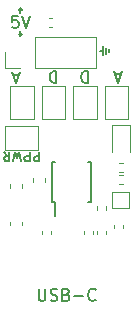
<source format=gbr>
%TF.GenerationSoftware,KiCad,Pcbnew,6.0.11+dfsg-1~bpo11+1*%
%TF.CreationDate,2024-04-18T22:27:08+09:00*%
%TF.ProjectId,pcb-interface,7063622d-696e-4746-9572-666163652e6b,rev?*%
%TF.SameCoordinates,Original*%
%TF.FileFunction,Legend,Top*%
%TF.FilePolarity,Positive*%
%FSLAX46Y46*%
G04 Gerber Fmt 4.6, Leading zero omitted, Abs format (unit mm)*
G04 Created by KiCad (PCBNEW 6.0.11+dfsg-1~bpo11+1) date 2024-04-18 22:27:08*
%MOMM*%
%LPD*%
G01*
G04 APERTURE LIST*
%ADD10C,0.150000*%
%ADD11C,0.120000*%
G04 APERTURE END LIST*
D10*
X72676047Y-117689380D02*
X72676047Y-118498904D01*
X72723666Y-118594142D01*
X72771285Y-118641761D01*
X72866523Y-118689380D01*
X73057000Y-118689380D01*
X73152238Y-118641761D01*
X73199857Y-118594142D01*
X73247476Y-118498904D01*
X73247476Y-117689380D01*
X73676047Y-118641761D02*
X73818904Y-118689380D01*
X74057000Y-118689380D01*
X74152238Y-118641761D01*
X74199857Y-118594142D01*
X74247476Y-118498904D01*
X74247476Y-118403666D01*
X74199857Y-118308428D01*
X74152238Y-118260809D01*
X74057000Y-118213190D01*
X73866523Y-118165571D01*
X73771285Y-118117952D01*
X73723666Y-118070333D01*
X73676047Y-117975095D01*
X73676047Y-117879857D01*
X73723666Y-117784619D01*
X73771285Y-117737000D01*
X73866523Y-117689380D01*
X74104619Y-117689380D01*
X74247476Y-117737000D01*
X75009380Y-118165571D02*
X75152238Y-118213190D01*
X75199857Y-118260809D01*
X75247476Y-118356047D01*
X75247476Y-118498904D01*
X75199857Y-118594142D01*
X75152238Y-118641761D01*
X75057000Y-118689380D01*
X74676047Y-118689380D01*
X74676047Y-117689380D01*
X75009380Y-117689380D01*
X75104619Y-117737000D01*
X75152238Y-117784619D01*
X75199857Y-117879857D01*
X75199857Y-117975095D01*
X75152238Y-118070333D01*
X75104619Y-118117952D01*
X75009380Y-118165571D01*
X74676047Y-118165571D01*
X75676047Y-118308428D02*
X76437952Y-118308428D01*
X77485571Y-118594142D02*
X77437952Y-118641761D01*
X77295095Y-118689380D01*
X77199857Y-118689380D01*
X77057000Y-118641761D01*
X76961761Y-118546523D01*
X76914142Y-118451285D01*
X76866523Y-118260809D01*
X76866523Y-118117952D01*
X76914142Y-117927476D01*
X76961761Y-117832238D01*
X77057000Y-117737000D01*
X77199857Y-117689380D01*
X77295095Y-117689380D01*
X77437952Y-117737000D01*
X77485571Y-117784619D01*
X71247000Y-94043500D02*
X70993000Y-94043500D01*
X71120000Y-93916500D02*
X71247000Y-94043500D01*
X71120000Y-94297500D02*
X71120000Y-93916500D01*
X70993000Y-94043500D02*
X71120000Y-93916500D01*
X71247000Y-96139000D02*
X71120000Y-96266000D01*
X70993000Y-96139000D02*
X71247000Y-96139000D01*
X71120000Y-96266000D02*
X70993000Y-96139000D01*
X71120000Y-95885000D02*
X71120000Y-96266000D01*
X70929523Y-94575380D02*
X70453333Y-94575380D01*
X70405714Y-95051571D01*
X70453333Y-95003952D01*
X70548571Y-94956333D01*
X70786666Y-94956333D01*
X70881904Y-95003952D01*
X70929523Y-95051571D01*
X70977142Y-95146809D01*
X70977142Y-95384904D01*
X70929523Y-95480142D01*
X70881904Y-95527761D01*
X70786666Y-95575380D01*
X70548571Y-95575380D01*
X70453333Y-95527761D01*
X70405714Y-95480142D01*
X71262857Y-94575380D02*
X71596190Y-95575380D01*
X71929523Y-94575380D01*
X78613000Y-97409000D02*
X78613000Y-97663000D01*
X78359000Y-97282000D02*
X78359000Y-97790000D01*
X78105000Y-97155000D02*
X78105000Y-97917000D01*
X78105000Y-97536000D02*
X78105000Y-97155000D01*
X77851000Y-97536000D02*
X78105000Y-97536000D01*
X74175904Y-99242619D02*
X74175904Y-100242619D01*
X73937809Y-100242619D01*
X73794952Y-100195000D01*
X73699714Y-100099761D01*
X73652095Y-100004523D01*
X73604476Y-99814047D01*
X73604476Y-99671190D01*
X73652095Y-99480714D01*
X73699714Y-99385476D01*
X73794952Y-99290238D01*
X73937809Y-99242619D01*
X74175904Y-99242619D01*
X70977095Y-99579133D02*
X70500904Y-99579133D01*
X71072333Y-99293419D02*
X70739000Y-100293419D01*
X70405666Y-99293419D01*
X72713666Y-106064095D02*
X72713666Y-106864095D01*
X72408904Y-106864095D01*
X72332714Y-106826000D01*
X72294619Y-106787904D01*
X72256523Y-106711714D01*
X72256523Y-106597428D01*
X72294619Y-106521238D01*
X72332714Y-106483142D01*
X72408904Y-106445047D01*
X72713666Y-106445047D01*
X71913666Y-106064095D02*
X71913666Y-106864095D01*
X71608904Y-106864095D01*
X71532714Y-106826000D01*
X71494619Y-106787904D01*
X71456523Y-106711714D01*
X71456523Y-106597428D01*
X71494619Y-106521238D01*
X71532714Y-106483142D01*
X71608904Y-106445047D01*
X71913666Y-106445047D01*
X71189857Y-106864095D02*
X70999380Y-106064095D01*
X70847000Y-106635523D01*
X70694619Y-106064095D01*
X70504142Y-106864095D01*
X69742238Y-106064095D02*
X70008904Y-106445047D01*
X70199380Y-106064095D02*
X70199380Y-106864095D01*
X69894619Y-106864095D01*
X69818428Y-106826000D01*
X69780333Y-106787904D01*
X69742238Y-106711714D01*
X69742238Y-106597428D01*
X69780333Y-106521238D01*
X69818428Y-106483142D01*
X69894619Y-106445047D01*
X70199380Y-106445047D01*
X79613095Y-99528333D02*
X79136904Y-99528333D01*
X79708333Y-99242619D02*
X79375000Y-100242619D01*
X79041666Y-99242619D01*
X76842904Y-99242619D02*
X76842904Y-100242619D01*
X76604809Y-100242619D01*
X76461952Y-100195000D01*
X76366714Y-100099761D01*
X76319095Y-100004523D01*
X76271476Y-99814047D01*
X76271476Y-99671190D01*
X76319095Y-99480714D01*
X76366714Y-99385476D01*
X76461952Y-99290238D01*
X76604809Y-99242619D01*
X76842904Y-99242619D01*
%TO.C,U1*%
X73788400Y-110310900D02*
X74013400Y-110310900D01*
X73788400Y-106960900D02*
X74088400Y-106960900D01*
X74013400Y-110310900D02*
X74013400Y-111535900D01*
X77138400Y-110310900D02*
X77138400Y-106960900D01*
X73788400Y-110310900D02*
X73788400Y-106960900D01*
X77138400Y-110310900D02*
X76838400Y-110310900D01*
X77138400Y-106960900D02*
X76838400Y-106960900D01*
D11*
%TO.C,R3*%
X79805800Y-112572141D02*
X79805800Y-112264859D01*
X79045800Y-112572141D02*
X79045800Y-112264859D01*
%TO.C,JP5*%
X70247000Y-103269000D02*
X70247000Y-100469000D01*
X70247000Y-100469000D02*
X72247000Y-100469000D01*
X72247000Y-100469000D02*
X72247000Y-103269000D01*
X72247000Y-103269000D02*
X70247000Y-103269000D01*
%TO.C,R7*%
X79784641Y-108078100D02*
X79477359Y-108078100D01*
X79784641Y-108838100D02*
X79477359Y-108838100D01*
%TO.C,R1*%
X73709800Y-112749459D02*
X73709800Y-113056741D01*
X72949800Y-112749459D02*
X72949800Y-113056741D01*
%TO.C,JP1*%
X69796200Y-103902000D02*
X72596200Y-103902000D01*
X72596200Y-103902000D02*
X72596200Y-105902000D01*
X69796200Y-105902000D02*
X69796200Y-103902000D01*
X72596200Y-105902000D02*
X69796200Y-105902000D01*
%TO.C,JP3*%
X72914000Y-100469000D02*
X74914000Y-100469000D01*
X74914000Y-103269000D02*
X72914000Y-103269000D01*
X72914000Y-103269000D02*
X72914000Y-100469000D01*
X74914000Y-100469000D02*
X74914000Y-103269000D01*
%TO.C,D1*%
X80364000Y-106083000D02*
X80364000Y-103798000D01*
X78894000Y-103798000D02*
X78894000Y-106083000D01*
X80364000Y-103798000D02*
X78894000Y-103798000D01*
%TO.C,C2*%
X73230200Y-108317520D02*
X73230200Y-108598680D01*
X72210200Y-108317520D02*
X72210200Y-108598680D01*
%TO.C,R6*%
X79477359Y-107011300D02*
X79784641Y-107011300D01*
X79477359Y-107771300D02*
X79784641Y-107771300D01*
%TO.C,R2*%
X76480400Y-112747459D02*
X76480400Y-113054741D01*
X77240400Y-112747459D02*
X77240400Y-113054741D01*
%TO.C,R5*%
X78383400Y-113054741D02*
X78383400Y-112747459D01*
X77623400Y-113054741D02*
X77623400Y-112747459D01*
%TO.C,C4*%
X71299800Y-108825520D02*
X71299800Y-109106680D01*
X70279800Y-108825520D02*
X70279800Y-109106680D01*
%TO.C,JP2*%
X77581000Y-103269000D02*
X75581000Y-103269000D01*
X75581000Y-103269000D02*
X75581000Y-100469000D01*
X75581000Y-100469000D02*
X77581000Y-100469000D01*
X77581000Y-100469000D02*
X77581000Y-103269000D01*
%TO.C,JP4*%
X80248000Y-100469000D02*
X80248000Y-103269000D01*
X80248000Y-103269000D02*
X78248000Y-103269000D01*
X78248000Y-100469000D02*
X80248000Y-100469000D01*
X78248000Y-103269000D02*
X78248000Y-100469000D01*
%TO.C,J1*%
X77530000Y-98993000D02*
X77530000Y-96333000D01*
X72390000Y-98993000D02*
X72390000Y-96333000D01*
X69790000Y-98993000D02*
X69790000Y-97663000D01*
X71120000Y-98993000D02*
X69790000Y-98993000D01*
X72390000Y-96333000D02*
X77530000Y-96333000D01*
X72390000Y-98993000D02*
X77530000Y-98993000D01*
%TO.C,C1*%
X70279800Y-112012920D02*
X70279800Y-112294080D01*
X71299800Y-112012920D02*
X71299800Y-112294080D01*
%TO.C,R8*%
X73506359Y-94743000D02*
X73813641Y-94743000D01*
X73506359Y-95503000D02*
X73813641Y-95503000D01*
%TO.C,R4*%
X78383400Y-110971941D02*
X78383400Y-110664659D01*
X77623400Y-110971941D02*
X77623400Y-110664659D01*
%TO.C,TP1*%
X80303600Y-109459800D02*
X80303600Y-110859800D01*
X80303600Y-110859800D02*
X78903600Y-110859800D01*
X78903600Y-109459800D02*
X80303600Y-109459800D01*
X78903600Y-110859800D02*
X78903600Y-109459800D01*
%TD*%
M02*

</source>
